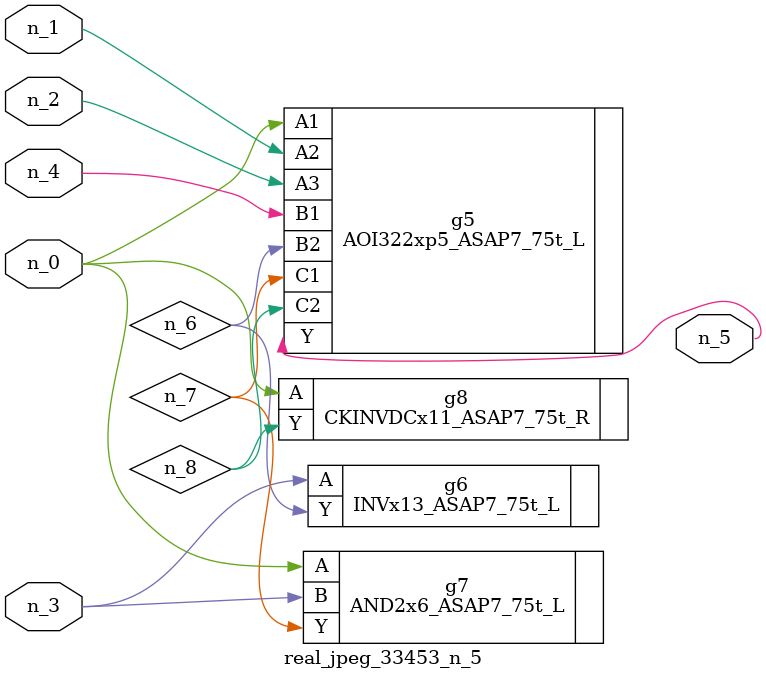
<source format=v>
module real_jpeg_33453_n_5 (n_4, n_0, n_1, n_2, n_3, n_5);

input n_4;
input n_0;
input n_1;
input n_2;
input n_3;

output n_5;

wire n_8;
wire n_6;
wire n_7;

AOI322xp5_ASAP7_75t_L g5 ( 
.A1(n_0),
.A2(n_1),
.A3(n_2),
.B1(n_4),
.B2(n_6),
.C1(n_7),
.C2(n_8),
.Y(n_5)
);

AND2x6_ASAP7_75t_L g7 ( 
.A(n_0),
.B(n_3),
.Y(n_7)
);

CKINVDCx11_ASAP7_75t_R g8 ( 
.A(n_0),
.Y(n_8)
);

INVx13_ASAP7_75t_L g6 ( 
.A(n_3),
.Y(n_6)
);


endmodule
</source>
